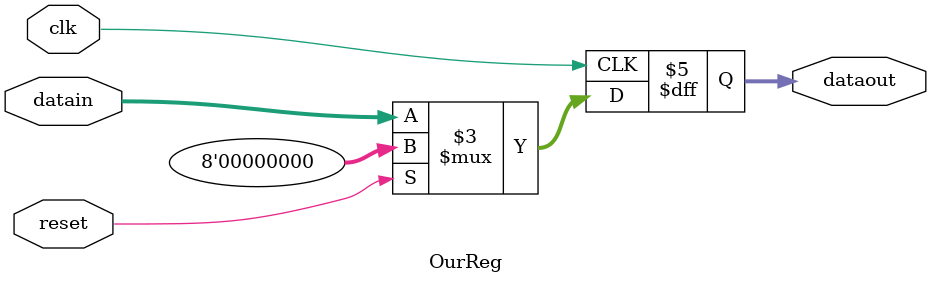
<source format=v>
module OurReg #(parameter W = 8)(
    input clk,      // Clock
	 input reset,
    input [W-1:0] datain,
	 output reg [W-1:0]dataout // W-bit output
);
    always @(posedge clk)begin
        if(reset)dataout<={W{1'b0}};
		  else dataout<=datain;
    end

endmodule
</source>
